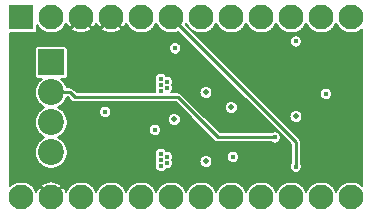
<source format=gbr>
G04 #@! TF.GenerationSoftware,KiCad,Pcbnew,5.1.5+dfsg1-2build2*
G04 #@! TF.CreationDate,2021-03-15T22:19:43+01:00*
G04 #@! TF.ProjectId,ProMicro_ANA,50726f4d-6963-4726-9f5f-414e412e6b69,v1.2*
G04 #@! TF.SameCoordinates,Original*
G04 #@! TF.FileFunction,Copper,L3,Inr*
G04 #@! TF.FilePolarity,Positive*
%FSLAX46Y46*%
G04 Gerber Fmt 4.6, Leading zero omitted, Abs format (unit mm)*
G04 Created by KiCad*
%MOMM*%
%LPD*%
G04 APERTURE LIST*
%ADD10R,2.100000X2.100000*%
%ADD11C,2.100000*%
%ADD12C,2.200000*%
%ADD13R,2.200000X2.200000*%
%ADD14C,0.500000*%
%ADD15C,0.450000*%
%ADD16C,0.250000*%
%ADD17C,0.200000*%
G04 APERTURE END LIST*
D10*
X82550000Y-76200000D03*
D11*
X85090000Y-76200000D03*
X87630000Y-76200000D03*
X110490000Y-91440000D03*
X90170000Y-76200000D03*
X107950000Y-91440000D03*
X92710000Y-76200000D03*
X105410000Y-91440000D03*
X95250000Y-76200000D03*
X102870000Y-91440000D03*
X97790000Y-76200000D03*
X100330000Y-91440000D03*
X100330000Y-76200000D03*
X97790000Y-91440000D03*
X102870000Y-76200000D03*
X95250000Y-91440000D03*
X105410000Y-76200000D03*
X92710000Y-91440000D03*
X107950000Y-76200000D03*
X90170000Y-91440000D03*
X110490000Y-76200000D03*
X87630000Y-91440000D03*
X85090000Y-91440000D03*
X82550000Y-91440000D03*
D12*
X85090000Y-87630000D03*
X85090000Y-85090000D03*
X85090000Y-82550000D03*
D13*
X85090000Y-80010000D03*
D14*
X89916000Y-86995000D03*
D15*
X89916000Y-81280000D03*
X98679000Y-89408000D03*
X98679000Y-78232000D03*
X100203000Y-79629000D03*
X100457000Y-87122000D03*
X89916000Y-86106000D03*
X89789000Y-82169000D03*
X105791000Y-83820000D03*
D14*
X108585000Y-89916000D03*
X108585000Y-88773000D03*
X107442000Y-83820000D03*
X109093000Y-83693000D03*
X110998000Y-78232000D03*
X105791000Y-84582000D03*
D15*
X105791000Y-78232000D03*
X94869000Y-81661000D03*
X94869000Y-82169000D03*
X94361000Y-82423000D03*
X94361000Y-81915000D03*
X94361000Y-81407000D03*
X94869000Y-88519000D03*
X94869000Y-88011000D03*
X94361000Y-88773000D03*
X94361000Y-88265000D03*
X94361000Y-87757000D03*
X89662000Y-84201000D03*
D14*
X98171000Y-88392000D03*
X98171000Y-82550000D03*
D15*
X105793699Y-88821341D03*
X104013000Y-86360000D03*
X100457000Y-88011000D03*
X95570534Y-78813377D03*
D14*
X100330000Y-83820000D03*
D15*
X93853000Y-85725000D03*
D14*
X95504000Y-84836000D03*
D15*
X108331000Y-82677000D03*
D16*
X105793699Y-86743699D02*
X95250000Y-76200000D01*
X105793699Y-88821341D02*
X105793699Y-86743699D01*
X104013000Y-86360000D02*
X99187000Y-86360000D01*
X86645634Y-82550000D02*
X85090000Y-82550000D01*
X87068635Y-82973001D02*
X86645634Y-82550000D01*
X95800001Y-82973001D02*
X87068635Y-82973001D01*
X99187000Y-86360000D02*
X95800001Y-82973001D01*
D17*
G36*
X90254853Y-76185858D02*
G01*
X90240711Y-76200000D01*
X91110845Y-77070134D01*
X91296101Y-76956356D01*
X91422021Y-76722131D01*
X91440300Y-76662391D01*
X91513646Y-76839465D01*
X91661387Y-77060575D01*
X91849425Y-77248613D01*
X92070535Y-77396354D01*
X92316220Y-77498120D01*
X92577037Y-77550000D01*
X92842963Y-77550000D01*
X93103780Y-77498120D01*
X93349465Y-77396354D01*
X93570575Y-77248613D01*
X93758613Y-77060575D01*
X93906354Y-76839465D01*
X93980000Y-76661668D01*
X94053646Y-76839465D01*
X94201387Y-77060575D01*
X94389425Y-77248613D01*
X94610535Y-77396354D01*
X94856220Y-77498120D01*
X95117037Y-77550000D01*
X95382963Y-77550000D01*
X95643780Y-77498120D01*
X95858245Y-77409286D01*
X105368700Y-86919741D01*
X105368699Y-88512423D01*
X105328450Y-88572660D01*
X105288875Y-88668204D01*
X105268699Y-88769633D01*
X105268699Y-88873049D01*
X105288875Y-88974478D01*
X105328450Y-89070022D01*
X105385905Y-89156009D01*
X105459031Y-89229135D01*
X105545018Y-89286590D01*
X105640562Y-89326165D01*
X105741991Y-89346341D01*
X105845407Y-89346341D01*
X105946836Y-89326165D01*
X106042380Y-89286590D01*
X106128367Y-89229135D01*
X106201493Y-89156009D01*
X106258948Y-89070022D01*
X106298523Y-88974478D01*
X106318699Y-88873049D01*
X106318699Y-88769633D01*
X106298523Y-88668204D01*
X106258948Y-88572660D01*
X106218699Y-88512423D01*
X106218699Y-86764565D01*
X106220754Y-86743698D01*
X106218699Y-86722831D01*
X106218699Y-86722825D01*
X106212549Y-86660385D01*
X106188247Y-86580272D01*
X106148783Y-86506439D01*
X106095673Y-86441725D01*
X106079461Y-86428420D01*
X104178871Y-84527830D01*
X105241000Y-84527830D01*
X105241000Y-84636170D01*
X105262136Y-84742429D01*
X105303597Y-84842523D01*
X105363787Y-84932604D01*
X105440396Y-85009213D01*
X105530477Y-85069403D01*
X105630571Y-85110864D01*
X105736830Y-85132000D01*
X105845170Y-85132000D01*
X105951429Y-85110864D01*
X106051523Y-85069403D01*
X106141604Y-85009213D01*
X106218213Y-84932604D01*
X106278403Y-84842523D01*
X106319864Y-84742429D01*
X106341000Y-84636170D01*
X106341000Y-84527830D01*
X106319864Y-84421571D01*
X106278403Y-84321477D01*
X106218213Y-84231396D01*
X106141604Y-84154787D01*
X106051523Y-84094597D01*
X105951429Y-84053136D01*
X105845170Y-84032000D01*
X105736830Y-84032000D01*
X105630571Y-84053136D01*
X105530477Y-84094597D01*
X105440396Y-84154787D01*
X105363787Y-84231396D01*
X105303597Y-84321477D01*
X105262136Y-84421571D01*
X105241000Y-84527830D01*
X104178871Y-84527830D01*
X102276333Y-82625292D01*
X107806000Y-82625292D01*
X107806000Y-82728708D01*
X107826176Y-82830137D01*
X107865751Y-82925681D01*
X107923206Y-83011668D01*
X107996332Y-83084794D01*
X108082319Y-83142249D01*
X108177863Y-83181824D01*
X108279292Y-83202000D01*
X108382708Y-83202000D01*
X108484137Y-83181824D01*
X108579681Y-83142249D01*
X108665668Y-83084794D01*
X108738794Y-83011668D01*
X108796249Y-82925681D01*
X108835824Y-82830137D01*
X108856000Y-82728708D01*
X108856000Y-82625292D01*
X108835824Y-82523863D01*
X108796249Y-82428319D01*
X108738794Y-82342332D01*
X108665668Y-82269206D01*
X108579681Y-82211751D01*
X108484137Y-82172176D01*
X108382708Y-82152000D01*
X108279292Y-82152000D01*
X108177863Y-82172176D01*
X108082319Y-82211751D01*
X107996332Y-82269206D01*
X107923206Y-82342332D01*
X107865751Y-82428319D01*
X107826176Y-82523863D01*
X107806000Y-82625292D01*
X102276333Y-82625292D01*
X97831333Y-78180292D01*
X105266000Y-78180292D01*
X105266000Y-78283708D01*
X105286176Y-78385137D01*
X105325751Y-78480681D01*
X105383206Y-78566668D01*
X105456332Y-78639794D01*
X105542319Y-78697249D01*
X105637863Y-78736824D01*
X105739292Y-78757000D01*
X105842708Y-78757000D01*
X105944137Y-78736824D01*
X106039681Y-78697249D01*
X106125668Y-78639794D01*
X106198794Y-78566668D01*
X106256249Y-78480681D01*
X106295824Y-78385137D01*
X106316000Y-78283708D01*
X106316000Y-78180292D01*
X106295824Y-78078863D01*
X106256249Y-77983319D01*
X106198794Y-77897332D01*
X106125668Y-77824206D01*
X106039681Y-77766751D01*
X105944137Y-77727176D01*
X105842708Y-77707000D01*
X105739292Y-77707000D01*
X105637863Y-77727176D01*
X105542319Y-77766751D01*
X105456332Y-77824206D01*
X105383206Y-77897332D01*
X105325751Y-77983319D01*
X105286176Y-78078863D01*
X105266000Y-78180292D01*
X97831333Y-78180292D01*
X96459286Y-76808245D01*
X96520000Y-76661668D01*
X96593646Y-76839465D01*
X96741387Y-77060575D01*
X96929425Y-77248613D01*
X97150535Y-77396354D01*
X97396220Y-77498120D01*
X97657037Y-77550000D01*
X97922963Y-77550000D01*
X98183780Y-77498120D01*
X98429465Y-77396354D01*
X98650575Y-77248613D01*
X98838613Y-77060575D01*
X98986354Y-76839465D01*
X99060000Y-76661668D01*
X99133646Y-76839465D01*
X99281387Y-77060575D01*
X99469425Y-77248613D01*
X99690535Y-77396354D01*
X99936220Y-77498120D01*
X100197037Y-77550000D01*
X100462963Y-77550000D01*
X100723780Y-77498120D01*
X100969465Y-77396354D01*
X101190575Y-77248613D01*
X101378613Y-77060575D01*
X101526354Y-76839465D01*
X101600000Y-76661668D01*
X101673646Y-76839465D01*
X101821387Y-77060575D01*
X102009425Y-77248613D01*
X102230535Y-77396354D01*
X102476220Y-77498120D01*
X102737037Y-77550000D01*
X103002963Y-77550000D01*
X103263780Y-77498120D01*
X103509465Y-77396354D01*
X103730575Y-77248613D01*
X103918613Y-77060575D01*
X104066354Y-76839465D01*
X104140000Y-76661668D01*
X104213646Y-76839465D01*
X104361387Y-77060575D01*
X104549425Y-77248613D01*
X104770535Y-77396354D01*
X105016220Y-77498120D01*
X105277037Y-77550000D01*
X105542963Y-77550000D01*
X105803780Y-77498120D01*
X106049465Y-77396354D01*
X106270575Y-77248613D01*
X106458613Y-77060575D01*
X106606354Y-76839465D01*
X106680000Y-76661668D01*
X106753646Y-76839465D01*
X106901387Y-77060575D01*
X107089425Y-77248613D01*
X107310535Y-77396354D01*
X107556220Y-77498120D01*
X107817037Y-77550000D01*
X108082963Y-77550000D01*
X108343780Y-77498120D01*
X108589465Y-77396354D01*
X108810575Y-77248613D01*
X108998613Y-77060575D01*
X109146354Y-76839465D01*
X109220000Y-76661668D01*
X109293646Y-76839465D01*
X109441387Y-77060575D01*
X109629425Y-77248613D01*
X109850535Y-77396354D01*
X110096220Y-77498120D01*
X110357037Y-77550000D01*
X110622963Y-77550000D01*
X110883780Y-77498120D01*
X111129465Y-77396354D01*
X111350575Y-77248613D01*
X111410000Y-77189188D01*
X111410001Y-90450813D01*
X111350575Y-90391387D01*
X111129465Y-90243646D01*
X110883780Y-90141880D01*
X110622963Y-90090000D01*
X110357037Y-90090000D01*
X110096220Y-90141880D01*
X109850535Y-90243646D01*
X109629425Y-90391387D01*
X109441387Y-90579425D01*
X109293646Y-90800535D01*
X109220000Y-90978332D01*
X109146354Y-90800535D01*
X108998613Y-90579425D01*
X108810575Y-90391387D01*
X108589465Y-90243646D01*
X108343780Y-90141880D01*
X108082963Y-90090000D01*
X107817037Y-90090000D01*
X107556220Y-90141880D01*
X107310535Y-90243646D01*
X107089425Y-90391387D01*
X106901387Y-90579425D01*
X106753646Y-90800535D01*
X106680000Y-90978332D01*
X106606354Y-90800535D01*
X106458613Y-90579425D01*
X106270575Y-90391387D01*
X106049465Y-90243646D01*
X105803780Y-90141880D01*
X105542963Y-90090000D01*
X105277037Y-90090000D01*
X105016220Y-90141880D01*
X104770535Y-90243646D01*
X104549425Y-90391387D01*
X104361387Y-90579425D01*
X104213646Y-90800535D01*
X104140000Y-90978332D01*
X104066354Y-90800535D01*
X103918613Y-90579425D01*
X103730575Y-90391387D01*
X103509465Y-90243646D01*
X103263780Y-90141880D01*
X103002963Y-90090000D01*
X102737037Y-90090000D01*
X102476220Y-90141880D01*
X102230535Y-90243646D01*
X102009425Y-90391387D01*
X101821387Y-90579425D01*
X101673646Y-90800535D01*
X101600000Y-90978332D01*
X101526354Y-90800535D01*
X101378613Y-90579425D01*
X101190575Y-90391387D01*
X100969465Y-90243646D01*
X100723780Y-90141880D01*
X100462963Y-90090000D01*
X100197037Y-90090000D01*
X99936220Y-90141880D01*
X99690535Y-90243646D01*
X99469425Y-90391387D01*
X99281387Y-90579425D01*
X99133646Y-90800535D01*
X99060000Y-90978332D01*
X98986354Y-90800535D01*
X98838613Y-90579425D01*
X98650575Y-90391387D01*
X98429465Y-90243646D01*
X98183780Y-90141880D01*
X97922963Y-90090000D01*
X97657037Y-90090000D01*
X97396220Y-90141880D01*
X97150535Y-90243646D01*
X96929425Y-90391387D01*
X96741387Y-90579425D01*
X96593646Y-90800535D01*
X96520000Y-90978332D01*
X96446354Y-90800535D01*
X96298613Y-90579425D01*
X96110575Y-90391387D01*
X95889465Y-90243646D01*
X95643780Y-90141880D01*
X95382963Y-90090000D01*
X95117037Y-90090000D01*
X94856220Y-90141880D01*
X94610535Y-90243646D01*
X94389425Y-90391387D01*
X94201387Y-90579425D01*
X94053646Y-90800535D01*
X93980000Y-90978332D01*
X93906354Y-90800535D01*
X93758613Y-90579425D01*
X93570575Y-90391387D01*
X93349465Y-90243646D01*
X93103780Y-90141880D01*
X92842963Y-90090000D01*
X92577037Y-90090000D01*
X92316220Y-90141880D01*
X92070535Y-90243646D01*
X91849425Y-90391387D01*
X91661387Y-90579425D01*
X91513646Y-90800535D01*
X91440000Y-90978332D01*
X91366354Y-90800535D01*
X91218613Y-90579425D01*
X91030575Y-90391387D01*
X90809465Y-90243646D01*
X90563780Y-90141880D01*
X90302963Y-90090000D01*
X90037037Y-90090000D01*
X89776220Y-90141880D01*
X89530535Y-90243646D01*
X89309425Y-90391387D01*
X89121387Y-90579425D01*
X88973646Y-90800535D01*
X88900000Y-90978332D01*
X88826354Y-90800535D01*
X88678613Y-90579425D01*
X88490575Y-90391387D01*
X88269465Y-90243646D01*
X88023780Y-90141880D01*
X87762963Y-90090000D01*
X87497037Y-90090000D01*
X87236220Y-90141880D01*
X86990535Y-90243646D01*
X86769425Y-90391387D01*
X86581387Y-90579425D01*
X86433646Y-90800535D01*
X86360514Y-90977091D01*
X86344515Y-90923890D01*
X86219721Y-90689063D01*
X86216101Y-90683644D01*
X86030845Y-90569866D01*
X85160711Y-91440000D01*
X85174853Y-91454142D01*
X85104142Y-91524853D01*
X85090000Y-91510711D01*
X85075858Y-91524853D01*
X85005147Y-91454142D01*
X85019289Y-91440000D01*
X84149155Y-90569866D01*
X83963899Y-90683644D01*
X83837979Y-90917869D01*
X83819700Y-90977609D01*
X83746354Y-90800535D01*
X83598613Y-90579425D01*
X83518343Y-90499155D01*
X84219866Y-90499155D01*
X85090000Y-91369289D01*
X85960134Y-90499155D01*
X85846356Y-90313899D01*
X85612131Y-90187979D01*
X85357841Y-90110173D01*
X85093258Y-90083472D01*
X84828551Y-90108902D01*
X84573890Y-90185485D01*
X84339063Y-90310279D01*
X84333644Y-90313899D01*
X84219866Y-90499155D01*
X83518343Y-90499155D01*
X83410575Y-90391387D01*
X83189465Y-90243646D01*
X82943780Y-90141880D01*
X82682963Y-90090000D01*
X82417037Y-90090000D01*
X82156220Y-90141880D01*
X81910535Y-90243646D01*
X81689425Y-90391387D01*
X81630000Y-90450812D01*
X81630000Y-78910000D01*
X83688549Y-78910000D01*
X83688549Y-81110000D01*
X83694341Y-81168810D01*
X83711496Y-81225360D01*
X83739353Y-81277477D01*
X83776842Y-81323158D01*
X83822523Y-81360647D01*
X83874640Y-81388504D01*
X83931190Y-81405659D01*
X83990000Y-81411451D01*
X84274025Y-81411451D01*
X84197552Y-81462549D01*
X84002549Y-81657552D01*
X83849336Y-81886851D01*
X83743801Y-82141635D01*
X83690000Y-82412112D01*
X83690000Y-82687888D01*
X83743801Y-82958365D01*
X83849336Y-83213149D01*
X84002549Y-83442448D01*
X84197552Y-83637451D01*
X84426851Y-83790664D01*
X84497674Y-83820000D01*
X84426851Y-83849336D01*
X84197552Y-84002549D01*
X84002549Y-84197552D01*
X83849336Y-84426851D01*
X83743801Y-84681635D01*
X83690000Y-84952112D01*
X83690000Y-85227888D01*
X83743801Y-85498365D01*
X83849336Y-85753149D01*
X84002549Y-85982448D01*
X84197552Y-86177451D01*
X84426851Y-86330664D01*
X84497674Y-86360000D01*
X84426851Y-86389336D01*
X84197552Y-86542549D01*
X84002549Y-86737552D01*
X83849336Y-86966851D01*
X83743801Y-87221635D01*
X83690000Y-87492112D01*
X83690000Y-87767888D01*
X83743801Y-88038365D01*
X83849336Y-88293149D01*
X84002549Y-88522448D01*
X84197552Y-88717451D01*
X84426851Y-88870664D01*
X84681635Y-88976199D01*
X84952112Y-89030000D01*
X85227888Y-89030000D01*
X85498365Y-88976199D01*
X85753149Y-88870664D01*
X85982448Y-88717451D01*
X86177451Y-88522448D01*
X86330664Y-88293149D01*
X86436199Y-88038365D01*
X86490000Y-87767888D01*
X86490000Y-87705292D01*
X93836000Y-87705292D01*
X93836000Y-87808708D01*
X93856176Y-87910137D01*
X93895751Y-88005681D01*
X93899305Y-88011000D01*
X93895751Y-88016319D01*
X93856176Y-88111863D01*
X93836000Y-88213292D01*
X93836000Y-88316708D01*
X93856176Y-88418137D01*
X93895751Y-88513681D01*
X93899305Y-88519000D01*
X93895751Y-88524319D01*
X93856176Y-88619863D01*
X93836000Y-88721292D01*
X93836000Y-88824708D01*
X93856176Y-88926137D01*
X93895751Y-89021681D01*
X93953206Y-89107668D01*
X94026332Y-89180794D01*
X94112319Y-89238249D01*
X94207863Y-89277824D01*
X94309292Y-89298000D01*
X94412708Y-89298000D01*
X94514137Y-89277824D01*
X94609681Y-89238249D01*
X94695668Y-89180794D01*
X94768794Y-89107668D01*
X94812035Y-89042954D01*
X94817292Y-89044000D01*
X94920708Y-89044000D01*
X95022137Y-89023824D01*
X95117681Y-88984249D01*
X95203668Y-88926794D01*
X95276794Y-88853668D01*
X95334249Y-88767681D01*
X95373824Y-88672137D01*
X95394000Y-88570708D01*
X95394000Y-88467292D01*
X95373824Y-88365863D01*
X95362213Y-88337830D01*
X97621000Y-88337830D01*
X97621000Y-88446170D01*
X97642136Y-88552429D01*
X97683597Y-88652523D01*
X97743787Y-88742604D01*
X97820396Y-88819213D01*
X97910477Y-88879403D01*
X98010571Y-88920864D01*
X98116830Y-88942000D01*
X98225170Y-88942000D01*
X98331429Y-88920864D01*
X98431523Y-88879403D01*
X98521604Y-88819213D01*
X98598213Y-88742604D01*
X98658403Y-88652523D01*
X98699864Y-88552429D01*
X98721000Y-88446170D01*
X98721000Y-88337830D01*
X98699864Y-88231571D01*
X98658403Y-88131477D01*
X98598213Y-88041396D01*
X98521604Y-87964787D01*
X98513381Y-87959292D01*
X99932000Y-87959292D01*
X99932000Y-88062708D01*
X99952176Y-88164137D01*
X99991751Y-88259681D01*
X100049206Y-88345668D01*
X100122332Y-88418794D01*
X100208319Y-88476249D01*
X100303863Y-88515824D01*
X100405292Y-88536000D01*
X100508708Y-88536000D01*
X100610137Y-88515824D01*
X100705681Y-88476249D01*
X100791668Y-88418794D01*
X100864794Y-88345668D01*
X100922249Y-88259681D01*
X100961824Y-88164137D01*
X100982000Y-88062708D01*
X100982000Y-87959292D01*
X100961824Y-87857863D01*
X100922249Y-87762319D01*
X100864794Y-87676332D01*
X100791668Y-87603206D01*
X100705681Y-87545751D01*
X100610137Y-87506176D01*
X100508708Y-87486000D01*
X100405292Y-87486000D01*
X100303863Y-87506176D01*
X100208319Y-87545751D01*
X100122332Y-87603206D01*
X100049206Y-87676332D01*
X99991751Y-87762319D01*
X99952176Y-87857863D01*
X99932000Y-87959292D01*
X98513381Y-87959292D01*
X98431523Y-87904597D01*
X98331429Y-87863136D01*
X98225170Y-87842000D01*
X98116830Y-87842000D01*
X98010571Y-87863136D01*
X97910477Y-87904597D01*
X97820396Y-87964787D01*
X97743787Y-88041396D01*
X97683597Y-88131477D01*
X97642136Y-88231571D01*
X97621000Y-88337830D01*
X95362213Y-88337830D01*
X95334249Y-88270319D01*
X95330695Y-88265000D01*
X95334249Y-88259681D01*
X95373824Y-88164137D01*
X95394000Y-88062708D01*
X95394000Y-87959292D01*
X95373824Y-87857863D01*
X95334249Y-87762319D01*
X95276794Y-87676332D01*
X95203668Y-87603206D01*
X95117681Y-87545751D01*
X95022137Y-87506176D01*
X94920708Y-87486000D01*
X94817292Y-87486000D01*
X94812035Y-87487046D01*
X94768794Y-87422332D01*
X94695668Y-87349206D01*
X94609681Y-87291751D01*
X94514137Y-87252176D01*
X94412708Y-87232000D01*
X94309292Y-87232000D01*
X94207863Y-87252176D01*
X94112319Y-87291751D01*
X94026332Y-87349206D01*
X93953206Y-87422332D01*
X93895751Y-87508319D01*
X93856176Y-87603863D01*
X93836000Y-87705292D01*
X86490000Y-87705292D01*
X86490000Y-87492112D01*
X86436199Y-87221635D01*
X86330664Y-86966851D01*
X86177451Y-86737552D01*
X85982448Y-86542549D01*
X85753149Y-86389336D01*
X85682326Y-86360000D01*
X85753149Y-86330664D01*
X85982448Y-86177451D01*
X86177451Y-85982448D01*
X86330664Y-85753149D01*
X86363741Y-85673292D01*
X93328000Y-85673292D01*
X93328000Y-85776708D01*
X93348176Y-85878137D01*
X93387751Y-85973681D01*
X93445206Y-86059668D01*
X93518332Y-86132794D01*
X93604319Y-86190249D01*
X93699863Y-86229824D01*
X93801292Y-86250000D01*
X93904708Y-86250000D01*
X94006137Y-86229824D01*
X94101681Y-86190249D01*
X94187668Y-86132794D01*
X94260794Y-86059668D01*
X94318249Y-85973681D01*
X94357824Y-85878137D01*
X94378000Y-85776708D01*
X94378000Y-85673292D01*
X94357824Y-85571863D01*
X94318249Y-85476319D01*
X94260794Y-85390332D01*
X94187668Y-85317206D01*
X94101681Y-85259751D01*
X94006137Y-85220176D01*
X93904708Y-85200000D01*
X93801292Y-85200000D01*
X93699863Y-85220176D01*
X93604319Y-85259751D01*
X93518332Y-85317206D01*
X93445206Y-85390332D01*
X93387751Y-85476319D01*
X93348176Y-85571863D01*
X93328000Y-85673292D01*
X86363741Y-85673292D01*
X86436199Y-85498365D01*
X86490000Y-85227888D01*
X86490000Y-84952112D01*
X86456129Y-84781830D01*
X94954000Y-84781830D01*
X94954000Y-84890170D01*
X94975136Y-84996429D01*
X95016597Y-85096523D01*
X95076787Y-85186604D01*
X95153396Y-85263213D01*
X95243477Y-85323403D01*
X95343571Y-85364864D01*
X95449830Y-85386000D01*
X95558170Y-85386000D01*
X95664429Y-85364864D01*
X95764523Y-85323403D01*
X95854604Y-85263213D01*
X95931213Y-85186604D01*
X95991403Y-85096523D01*
X96032864Y-84996429D01*
X96054000Y-84890170D01*
X96054000Y-84781830D01*
X96032864Y-84675571D01*
X95991403Y-84575477D01*
X95931213Y-84485396D01*
X95854604Y-84408787D01*
X95764523Y-84348597D01*
X95664429Y-84307136D01*
X95558170Y-84286000D01*
X95449830Y-84286000D01*
X95343571Y-84307136D01*
X95243477Y-84348597D01*
X95153396Y-84408787D01*
X95076787Y-84485396D01*
X95016597Y-84575477D01*
X94975136Y-84675571D01*
X94954000Y-84781830D01*
X86456129Y-84781830D01*
X86436199Y-84681635D01*
X86330664Y-84426851D01*
X86177451Y-84197552D01*
X86129191Y-84149292D01*
X89137000Y-84149292D01*
X89137000Y-84252708D01*
X89157176Y-84354137D01*
X89196751Y-84449681D01*
X89254206Y-84535668D01*
X89327332Y-84608794D01*
X89413319Y-84666249D01*
X89508863Y-84705824D01*
X89610292Y-84726000D01*
X89713708Y-84726000D01*
X89815137Y-84705824D01*
X89910681Y-84666249D01*
X89996668Y-84608794D01*
X90069794Y-84535668D01*
X90127249Y-84449681D01*
X90166824Y-84354137D01*
X90187000Y-84252708D01*
X90187000Y-84149292D01*
X90166824Y-84047863D01*
X90127249Y-83952319D01*
X90069794Y-83866332D01*
X89996668Y-83793206D01*
X89910681Y-83735751D01*
X89815137Y-83696176D01*
X89713708Y-83676000D01*
X89610292Y-83676000D01*
X89508863Y-83696176D01*
X89413319Y-83735751D01*
X89327332Y-83793206D01*
X89254206Y-83866332D01*
X89196751Y-83952319D01*
X89157176Y-84047863D01*
X89137000Y-84149292D01*
X86129191Y-84149292D01*
X85982448Y-84002549D01*
X85753149Y-83849336D01*
X85682326Y-83820000D01*
X85753149Y-83790664D01*
X85982448Y-83637451D01*
X86177451Y-83442448D01*
X86330664Y-83213149D01*
X86429309Y-82975000D01*
X86469594Y-82975000D01*
X86753354Y-83258761D01*
X86766661Y-83274975D01*
X86831375Y-83328085D01*
X86879490Y-83353802D01*
X86905207Y-83367549D01*
X86985321Y-83391851D01*
X87047761Y-83398001D01*
X87047768Y-83398001D01*
X87068635Y-83400056D01*
X87089502Y-83398001D01*
X95623961Y-83398001D01*
X98871721Y-86645762D01*
X98885026Y-86661974D01*
X98949740Y-86715084D01*
X99023573Y-86754548D01*
X99079383Y-86771478D01*
X99103685Y-86778850D01*
X99111327Y-86779603D01*
X99166126Y-86785000D01*
X99166133Y-86785000D01*
X99187000Y-86787055D01*
X99207867Y-86785000D01*
X103704082Y-86785000D01*
X103764319Y-86825249D01*
X103859863Y-86864824D01*
X103961292Y-86885000D01*
X104064708Y-86885000D01*
X104166137Y-86864824D01*
X104261681Y-86825249D01*
X104347668Y-86767794D01*
X104420794Y-86694668D01*
X104478249Y-86608681D01*
X104517824Y-86513137D01*
X104538000Y-86411708D01*
X104538000Y-86308292D01*
X104517824Y-86206863D01*
X104478249Y-86111319D01*
X104420794Y-86025332D01*
X104347668Y-85952206D01*
X104261681Y-85894751D01*
X104166137Y-85855176D01*
X104064708Y-85835000D01*
X103961292Y-85835000D01*
X103859863Y-85855176D01*
X103764319Y-85894751D01*
X103704082Y-85935000D01*
X99363041Y-85935000D01*
X97193871Y-83765830D01*
X99780000Y-83765830D01*
X99780000Y-83874170D01*
X99801136Y-83980429D01*
X99842597Y-84080523D01*
X99902787Y-84170604D01*
X99979396Y-84247213D01*
X100069477Y-84307403D01*
X100169571Y-84348864D01*
X100275830Y-84370000D01*
X100384170Y-84370000D01*
X100490429Y-84348864D01*
X100590523Y-84307403D01*
X100680604Y-84247213D01*
X100757213Y-84170604D01*
X100817403Y-84080523D01*
X100858864Y-83980429D01*
X100880000Y-83874170D01*
X100880000Y-83765830D01*
X100858864Y-83659571D01*
X100817403Y-83559477D01*
X100757213Y-83469396D01*
X100680604Y-83392787D01*
X100590523Y-83332597D01*
X100490429Y-83291136D01*
X100384170Y-83270000D01*
X100275830Y-83270000D01*
X100169571Y-83291136D01*
X100069477Y-83332597D01*
X99979396Y-83392787D01*
X99902787Y-83469396D01*
X99842597Y-83559477D01*
X99801136Y-83659571D01*
X99780000Y-83765830D01*
X97193871Y-83765830D01*
X96115284Y-82687244D01*
X96101975Y-82671027D01*
X96037261Y-82617917D01*
X95963428Y-82578453D01*
X95883315Y-82554151D01*
X95820875Y-82548001D01*
X95820868Y-82548001D01*
X95800001Y-82545946D01*
X95779134Y-82548001D01*
X95232461Y-82548001D01*
X95276794Y-82503668D01*
X95282031Y-82495830D01*
X97621000Y-82495830D01*
X97621000Y-82604170D01*
X97642136Y-82710429D01*
X97683597Y-82810523D01*
X97743787Y-82900604D01*
X97820396Y-82977213D01*
X97910477Y-83037403D01*
X98010571Y-83078864D01*
X98116830Y-83100000D01*
X98225170Y-83100000D01*
X98331429Y-83078864D01*
X98431523Y-83037403D01*
X98521604Y-82977213D01*
X98598213Y-82900604D01*
X98658403Y-82810523D01*
X98699864Y-82710429D01*
X98721000Y-82604170D01*
X98721000Y-82495830D01*
X98699864Y-82389571D01*
X98658403Y-82289477D01*
X98598213Y-82199396D01*
X98521604Y-82122787D01*
X98431523Y-82062597D01*
X98331429Y-82021136D01*
X98225170Y-82000000D01*
X98116830Y-82000000D01*
X98010571Y-82021136D01*
X97910477Y-82062597D01*
X97820396Y-82122787D01*
X97743787Y-82199396D01*
X97683597Y-82289477D01*
X97642136Y-82389571D01*
X97621000Y-82495830D01*
X95282031Y-82495830D01*
X95334249Y-82417681D01*
X95373824Y-82322137D01*
X95394000Y-82220708D01*
X95394000Y-82117292D01*
X95373824Y-82015863D01*
X95334249Y-81920319D01*
X95330695Y-81915000D01*
X95334249Y-81909681D01*
X95373824Y-81814137D01*
X95394000Y-81712708D01*
X95394000Y-81609292D01*
X95373824Y-81507863D01*
X95334249Y-81412319D01*
X95276794Y-81326332D01*
X95203668Y-81253206D01*
X95117681Y-81195751D01*
X95022137Y-81156176D01*
X94920708Y-81136000D01*
X94817292Y-81136000D01*
X94812035Y-81137046D01*
X94768794Y-81072332D01*
X94695668Y-80999206D01*
X94609681Y-80941751D01*
X94514137Y-80902176D01*
X94412708Y-80882000D01*
X94309292Y-80882000D01*
X94207863Y-80902176D01*
X94112319Y-80941751D01*
X94026332Y-80999206D01*
X93953206Y-81072332D01*
X93895751Y-81158319D01*
X93856176Y-81253863D01*
X93836000Y-81355292D01*
X93836000Y-81458708D01*
X93856176Y-81560137D01*
X93895751Y-81655681D01*
X93899305Y-81661000D01*
X93895751Y-81666319D01*
X93856176Y-81761863D01*
X93836000Y-81863292D01*
X93836000Y-81966708D01*
X93856176Y-82068137D01*
X93895751Y-82163681D01*
X93899305Y-82169000D01*
X93895751Y-82174319D01*
X93856176Y-82269863D01*
X93836000Y-82371292D01*
X93836000Y-82474708D01*
X93850579Y-82548001D01*
X87244676Y-82548001D01*
X86960917Y-82264243D01*
X86947608Y-82248026D01*
X86882894Y-82194916D01*
X86809061Y-82155452D01*
X86728948Y-82131150D01*
X86666508Y-82125000D01*
X86666501Y-82125000D01*
X86645634Y-82122945D01*
X86624767Y-82125000D01*
X86429309Y-82125000D01*
X86330664Y-81886851D01*
X86177451Y-81657552D01*
X85982448Y-81462549D01*
X85905975Y-81411451D01*
X86190000Y-81411451D01*
X86248810Y-81405659D01*
X86305360Y-81388504D01*
X86357477Y-81360647D01*
X86403158Y-81323158D01*
X86440647Y-81277477D01*
X86468504Y-81225360D01*
X86485659Y-81168810D01*
X86491451Y-81110000D01*
X86491451Y-78910000D01*
X86485659Y-78851190D01*
X86468504Y-78794640D01*
X86450881Y-78761669D01*
X95045534Y-78761669D01*
X95045534Y-78865085D01*
X95065710Y-78966514D01*
X95105285Y-79062058D01*
X95162740Y-79148045D01*
X95235866Y-79221171D01*
X95321853Y-79278626D01*
X95417397Y-79318201D01*
X95518826Y-79338377D01*
X95622242Y-79338377D01*
X95723671Y-79318201D01*
X95819215Y-79278626D01*
X95905202Y-79221171D01*
X95978328Y-79148045D01*
X96035783Y-79062058D01*
X96075358Y-78966514D01*
X96095534Y-78865085D01*
X96095534Y-78761669D01*
X96075358Y-78660240D01*
X96035783Y-78564696D01*
X95978328Y-78478709D01*
X95905202Y-78405583D01*
X95819215Y-78348128D01*
X95723671Y-78308553D01*
X95622242Y-78288377D01*
X95518826Y-78288377D01*
X95417397Y-78308553D01*
X95321853Y-78348128D01*
X95235866Y-78405583D01*
X95162740Y-78478709D01*
X95105285Y-78564696D01*
X95065710Y-78660240D01*
X95045534Y-78761669D01*
X86450881Y-78761669D01*
X86440647Y-78742523D01*
X86403158Y-78696842D01*
X86357477Y-78659353D01*
X86305360Y-78631496D01*
X86248810Y-78614341D01*
X86190000Y-78608549D01*
X83990000Y-78608549D01*
X83931190Y-78614341D01*
X83874640Y-78631496D01*
X83822523Y-78659353D01*
X83776842Y-78696842D01*
X83739353Y-78742523D01*
X83711496Y-78794640D01*
X83694341Y-78851190D01*
X83688549Y-78910000D01*
X81630000Y-78910000D01*
X81630000Y-77551451D01*
X83600000Y-77551451D01*
X83658810Y-77545659D01*
X83715360Y-77528504D01*
X83767477Y-77500647D01*
X83813158Y-77463158D01*
X83850647Y-77417477D01*
X83878504Y-77365360D01*
X83895659Y-77308810D01*
X83901451Y-77250000D01*
X83901451Y-76851146D01*
X84041387Y-77060575D01*
X84229425Y-77248613D01*
X84450535Y-77396354D01*
X84696220Y-77498120D01*
X84957037Y-77550000D01*
X85222963Y-77550000D01*
X85483780Y-77498120D01*
X85729465Y-77396354D01*
X85950575Y-77248613D01*
X86058343Y-77140845D01*
X86759866Y-77140845D01*
X86873644Y-77326101D01*
X87107869Y-77452021D01*
X87362159Y-77529827D01*
X87626742Y-77556528D01*
X87891449Y-77531098D01*
X88146110Y-77454515D01*
X88380937Y-77329721D01*
X88386356Y-77326101D01*
X88500134Y-77140845D01*
X89299866Y-77140845D01*
X89413644Y-77326101D01*
X89647869Y-77452021D01*
X89902159Y-77529827D01*
X90166742Y-77556528D01*
X90431449Y-77531098D01*
X90686110Y-77454515D01*
X90920937Y-77329721D01*
X90926356Y-77326101D01*
X91040134Y-77140845D01*
X90170000Y-76270711D01*
X89299866Y-77140845D01*
X88500134Y-77140845D01*
X87630000Y-76270711D01*
X86759866Y-77140845D01*
X86058343Y-77140845D01*
X86138613Y-77060575D01*
X86286354Y-76839465D01*
X86359486Y-76662909D01*
X86375485Y-76716110D01*
X86500279Y-76950937D01*
X86503899Y-76956356D01*
X86689155Y-77070134D01*
X87559289Y-76200000D01*
X87545147Y-76185858D01*
X87615858Y-76115147D01*
X87630000Y-76129289D01*
X87644142Y-76115147D01*
X87714853Y-76185858D01*
X87700711Y-76200000D01*
X88570845Y-77070134D01*
X88756101Y-76956356D01*
X88882021Y-76722131D01*
X88899811Y-76663989D01*
X88915485Y-76716110D01*
X89040279Y-76950937D01*
X89043899Y-76956356D01*
X89229155Y-77070134D01*
X90099289Y-76200000D01*
X90085147Y-76185858D01*
X90155858Y-76115147D01*
X90170000Y-76129289D01*
X90184142Y-76115147D01*
X90254853Y-76185858D01*
G37*
X90254853Y-76185858D02*
X90240711Y-76200000D01*
X91110845Y-77070134D01*
X91296101Y-76956356D01*
X91422021Y-76722131D01*
X91440300Y-76662391D01*
X91513646Y-76839465D01*
X91661387Y-77060575D01*
X91849425Y-77248613D01*
X92070535Y-77396354D01*
X92316220Y-77498120D01*
X92577037Y-77550000D01*
X92842963Y-77550000D01*
X93103780Y-77498120D01*
X93349465Y-77396354D01*
X93570575Y-77248613D01*
X93758613Y-77060575D01*
X93906354Y-76839465D01*
X93980000Y-76661668D01*
X94053646Y-76839465D01*
X94201387Y-77060575D01*
X94389425Y-77248613D01*
X94610535Y-77396354D01*
X94856220Y-77498120D01*
X95117037Y-77550000D01*
X95382963Y-77550000D01*
X95643780Y-77498120D01*
X95858245Y-77409286D01*
X105368700Y-86919741D01*
X105368699Y-88512423D01*
X105328450Y-88572660D01*
X105288875Y-88668204D01*
X105268699Y-88769633D01*
X105268699Y-88873049D01*
X105288875Y-88974478D01*
X105328450Y-89070022D01*
X105385905Y-89156009D01*
X105459031Y-89229135D01*
X105545018Y-89286590D01*
X105640562Y-89326165D01*
X105741991Y-89346341D01*
X105845407Y-89346341D01*
X105946836Y-89326165D01*
X106042380Y-89286590D01*
X106128367Y-89229135D01*
X106201493Y-89156009D01*
X106258948Y-89070022D01*
X106298523Y-88974478D01*
X106318699Y-88873049D01*
X106318699Y-88769633D01*
X106298523Y-88668204D01*
X106258948Y-88572660D01*
X106218699Y-88512423D01*
X106218699Y-86764565D01*
X106220754Y-86743698D01*
X106218699Y-86722831D01*
X106218699Y-86722825D01*
X106212549Y-86660385D01*
X106188247Y-86580272D01*
X106148783Y-86506439D01*
X106095673Y-86441725D01*
X106079461Y-86428420D01*
X104178871Y-84527830D01*
X105241000Y-84527830D01*
X105241000Y-84636170D01*
X105262136Y-84742429D01*
X105303597Y-84842523D01*
X105363787Y-84932604D01*
X105440396Y-85009213D01*
X105530477Y-85069403D01*
X105630571Y-85110864D01*
X105736830Y-85132000D01*
X105845170Y-85132000D01*
X105951429Y-85110864D01*
X106051523Y-85069403D01*
X106141604Y-85009213D01*
X106218213Y-84932604D01*
X106278403Y-84842523D01*
X106319864Y-84742429D01*
X106341000Y-84636170D01*
X106341000Y-84527830D01*
X106319864Y-84421571D01*
X106278403Y-84321477D01*
X106218213Y-84231396D01*
X106141604Y-84154787D01*
X106051523Y-84094597D01*
X105951429Y-84053136D01*
X105845170Y-84032000D01*
X105736830Y-84032000D01*
X105630571Y-84053136D01*
X105530477Y-84094597D01*
X105440396Y-84154787D01*
X105363787Y-84231396D01*
X105303597Y-84321477D01*
X105262136Y-84421571D01*
X105241000Y-84527830D01*
X104178871Y-84527830D01*
X102276333Y-82625292D01*
X107806000Y-82625292D01*
X107806000Y-82728708D01*
X107826176Y-82830137D01*
X107865751Y-82925681D01*
X107923206Y-83011668D01*
X107996332Y-83084794D01*
X108082319Y-83142249D01*
X108177863Y-83181824D01*
X108279292Y-83202000D01*
X108382708Y-83202000D01*
X108484137Y-83181824D01*
X108579681Y-83142249D01*
X108665668Y-83084794D01*
X108738794Y-83011668D01*
X108796249Y-82925681D01*
X108835824Y-82830137D01*
X108856000Y-82728708D01*
X108856000Y-82625292D01*
X108835824Y-82523863D01*
X108796249Y-82428319D01*
X108738794Y-82342332D01*
X108665668Y-82269206D01*
X108579681Y-82211751D01*
X108484137Y-82172176D01*
X108382708Y-82152000D01*
X108279292Y-82152000D01*
X108177863Y-82172176D01*
X108082319Y-82211751D01*
X107996332Y-82269206D01*
X107923206Y-82342332D01*
X107865751Y-82428319D01*
X107826176Y-82523863D01*
X107806000Y-82625292D01*
X102276333Y-82625292D01*
X97831333Y-78180292D01*
X105266000Y-78180292D01*
X105266000Y-78283708D01*
X105286176Y-78385137D01*
X105325751Y-78480681D01*
X105383206Y-78566668D01*
X105456332Y-78639794D01*
X105542319Y-78697249D01*
X105637863Y-78736824D01*
X105739292Y-78757000D01*
X105842708Y-78757000D01*
X105944137Y-78736824D01*
X106039681Y-78697249D01*
X106125668Y-78639794D01*
X106198794Y-78566668D01*
X106256249Y-78480681D01*
X106295824Y-78385137D01*
X106316000Y-78283708D01*
X106316000Y-78180292D01*
X106295824Y-78078863D01*
X106256249Y-77983319D01*
X106198794Y-77897332D01*
X106125668Y-77824206D01*
X106039681Y-77766751D01*
X105944137Y-77727176D01*
X105842708Y-77707000D01*
X105739292Y-77707000D01*
X105637863Y-77727176D01*
X105542319Y-77766751D01*
X105456332Y-77824206D01*
X105383206Y-77897332D01*
X105325751Y-77983319D01*
X105286176Y-78078863D01*
X105266000Y-78180292D01*
X97831333Y-78180292D01*
X96459286Y-76808245D01*
X96520000Y-76661668D01*
X96593646Y-76839465D01*
X96741387Y-77060575D01*
X96929425Y-77248613D01*
X97150535Y-77396354D01*
X97396220Y-77498120D01*
X97657037Y-77550000D01*
X97922963Y-77550000D01*
X98183780Y-77498120D01*
X98429465Y-77396354D01*
X98650575Y-77248613D01*
X98838613Y-77060575D01*
X98986354Y-76839465D01*
X99060000Y-76661668D01*
X99133646Y-76839465D01*
X99281387Y-77060575D01*
X99469425Y-77248613D01*
X99690535Y-77396354D01*
X99936220Y-77498120D01*
X100197037Y-77550000D01*
X100462963Y-77550000D01*
X100723780Y-77498120D01*
X100969465Y-77396354D01*
X101190575Y-77248613D01*
X101378613Y-77060575D01*
X101526354Y-76839465D01*
X101600000Y-76661668D01*
X101673646Y-76839465D01*
X101821387Y-77060575D01*
X102009425Y-77248613D01*
X102230535Y-77396354D01*
X102476220Y-77498120D01*
X102737037Y-77550000D01*
X103002963Y-77550000D01*
X103263780Y-77498120D01*
X103509465Y-77396354D01*
X103730575Y-77248613D01*
X103918613Y-77060575D01*
X104066354Y-76839465D01*
X104140000Y-76661668D01*
X104213646Y-76839465D01*
X104361387Y-77060575D01*
X104549425Y-77248613D01*
X104770535Y-77396354D01*
X105016220Y-77498120D01*
X105277037Y-77550000D01*
X105542963Y-77550000D01*
X105803780Y-77498120D01*
X106049465Y-77396354D01*
X106270575Y-77248613D01*
X106458613Y-77060575D01*
X106606354Y-76839465D01*
X106680000Y-76661668D01*
X106753646Y-76839465D01*
X106901387Y-77060575D01*
X107089425Y-77248613D01*
X107310535Y-77396354D01*
X107556220Y-77498120D01*
X107817037Y-77550000D01*
X108082963Y-77550000D01*
X108343780Y-77498120D01*
X108589465Y-77396354D01*
X108810575Y-77248613D01*
X108998613Y-77060575D01*
X109146354Y-76839465D01*
X109220000Y-76661668D01*
X109293646Y-76839465D01*
X109441387Y-77060575D01*
X109629425Y-77248613D01*
X109850535Y-77396354D01*
X110096220Y-77498120D01*
X110357037Y-77550000D01*
X110622963Y-77550000D01*
X110883780Y-77498120D01*
X111129465Y-77396354D01*
X111350575Y-77248613D01*
X111410000Y-77189188D01*
X111410001Y-90450813D01*
X111350575Y-90391387D01*
X111129465Y-90243646D01*
X110883780Y-90141880D01*
X110622963Y-90090000D01*
X110357037Y-90090000D01*
X110096220Y-90141880D01*
X109850535Y-90243646D01*
X109629425Y-90391387D01*
X109441387Y-90579425D01*
X109293646Y-90800535D01*
X109220000Y-90978332D01*
X109146354Y-90800535D01*
X108998613Y-90579425D01*
X108810575Y-90391387D01*
X108589465Y-90243646D01*
X108343780Y-90141880D01*
X108082963Y-90090000D01*
X107817037Y-90090000D01*
X107556220Y-90141880D01*
X107310535Y-90243646D01*
X107089425Y-90391387D01*
X106901387Y-90579425D01*
X106753646Y-90800535D01*
X106680000Y-90978332D01*
X106606354Y-90800535D01*
X106458613Y-90579425D01*
X106270575Y-90391387D01*
X106049465Y-90243646D01*
X105803780Y-90141880D01*
X105542963Y-90090000D01*
X105277037Y-90090000D01*
X105016220Y-90141880D01*
X104770535Y-90243646D01*
X104549425Y-90391387D01*
X104361387Y-90579425D01*
X104213646Y-90800535D01*
X104140000Y-90978332D01*
X104066354Y-90800535D01*
X103918613Y-90579425D01*
X103730575Y-90391387D01*
X103509465Y-90243646D01*
X103263780Y-90141880D01*
X103002963Y-90090000D01*
X102737037Y-90090000D01*
X102476220Y-90141880D01*
X102230535Y-90243646D01*
X102009425Y-90391387D01*
X101821387Y-90579425D01*
X101673646Y-90800535D01*
X101600000Y-90978332D01*
X101526354Y-90800535D01*
X101378613Y-90579425D01*
X101190575Y-90391387D01*
X100969465Y-90243646D01*
X100723780Y-90141880D01*
X100462963Y-90090000D01*
X100197037Y-90090000D01*
X99936220Y-90141880D01*
X99690535Y-90243646D01*
X99469425Y-90391387D01*
X99281387Y-90579425D01*
X99133646Y-90800535D01*
X99060000Y-90978332D01*
X98986354Y-90800535D01*
X98838613Y-90579425D01*
X98650575Y-90391387D01*
X98429465Y-90243646D01*
X98183780Y-90141880D01*
X97922963Y-90090000D01*
X97657037Y-90090000D01*
X97396220Y-90141880D01*
X97150535Y-90243646D01*
X96929425Y-90391387D01*
X96741387Y-90579425D01*
X96593646Y-90800535D01*
X96520000Y-90978332D01*
X96446354Y-90800535D01*
X96298613Y-90579425D01*
X96110575Y-90391387D01*
X95889465Y-90243646D01*
X95643780Y-90141880D01*
X95382963Y-90090000D01*
X95117037Y-90090000D01*
X94856220Y-90141880D01*
X94610535Y-90243646D01*
X94389425Y-90391387D01*
X94201387Y-90579425D01*
X94053646Y-90800535D01*
X93980000Y-90978332D01*
X93906354Y-90800535D01*
X93758613Y-90579425D01*
X93570575Y-90391387D01*
X93349465Y-90243646D01*
X93103780Y-90141880D01*
X92842963Y-90090000D01*
X92577037Y-90090000D01*
X92316220Y-90141880D01*
X92070535Y-90243646D01*
X91849425Y-90391387D01*
X91661387Y-90579425D01*
X91513646Y-90800535D01*
X91440000Y-90978332D01*
X91366354Y-90800535D01*
X91218613Y-90579425D01*
X91030575Y-90391387D01*
X90809465Y-90243646D01*
X90563780Y-90141880D01*
X90302963Y-90090000D01*
X90037037Y-90090000D01*
X89776220Y-90141880D01*
X89530535Y-90243646D01*
X89309425Y-90391387D01*
X89121387Y-90579425D01*
X88973646Y-90800535D01*
X88900000Y-90978332D01*
X88826354Y-90800535D01*
X88678613Y-90579425D01*
X88490575Y-90391387D01*
X88269465Y-90243646D01*
X88023780Y-90141880D01*
X87762963Y-90090000D01*
X87497037Y-90090000D01*
X87236220Y-90141880D01*
X86990535Y-90243646D01*
X86769425Y-90391387D01*
X86581387Y-90579425D01*
X86433646Y-90800535D01*
X86360514Y-90977091D01*
X86344515Y-90923890D01*
X86219721Y-90689063D01*
X86216101Y-90683644D01*
X86030845Y-90569866D01*
X85160711Y-91440000D01*
X85174853Y-91454142D01*
X85104142Y-91524853D01*
X85090000Y-91510711D01*
X85075858Y-91524853D01*
X85005147Y-91454142D01*
X85019289Y-91440000D01*
X84149155Y-90569866D01*
X83963899Y-90683644D01*
X83837979Y-90917869D01*
X83819700Y-90977609D01*
X83746354Y-90800535D01*
X83598613Y-90579425D01*
X83518343Y-90499155D01*
X84219866Y-90499155D01*
X85090000Y-91369289D01*
X85960134Y-90499155D01*
X85846356Y-90313899D01*
X85612131Y-90187979D01*
X85357841Y-90110173D01*
X85093258Y-90083472D01*
X84828551Y-90108902D01*
X84573890Y-90185485D01*
X84339063Y-90310279D01*
X84333644Y-90313899D01*
X84219866Y-90499155D01*
X83518343Y-90499155D01*
X83410575Y-90391387D01*
X83189465Y-90243646D01*
X82943780Y-90141880D01*
X82682963Y-90090000D01*
X82417037Y-90090000D01*
X82156220Y-90141880D01*
X81910535Y-90243646D01*
X81689425Y-90391387D01*
X81630000Y-90450812D01*
X81630000Y-78910000D01*
X83688549Y-78910000D01*
X83688549Y-81110000D01*
X83694341Y-81168810D01*
X83711496Y-81225360D01*
X83739353Y-81277477D01*
X83776842Y-81323158D01*
X83822523Y-81360647D01*
X83874640Y-81388504D01*
X83931190Y-81405659D01*
X83990000Y-81411451D01*
X84274025Y-81411451D01*
X84197552Y-81462549D01*
X84002549Y-81657552D01*
X83849336Y-81886851D01*
X83743801Y-82141635D01*
X83690000Y-82412112D01*
X83690000Y-82687888D01*
X83743801Y-82958365D01*
X83849336Y-83213149D01*
X84002549Y-83442448D01*
X84197552Y-83637451D01*
X84426851Y-83790664D01*
X84497674Y-83820000D01*
X84426851Y-83849336D01*
X84197552Y-84002549D01*
X84002549Y-84197552D01*
X83849336Y-84426851D01*
X83743801Y-84681635D01*
X83690000Y-84952112D01*
X83690000Y-85227888D01*
X83743801Y-85498365D01*
X83849336Y-85753149D01*
X84002549Y-85982448D01*
X84197552Y-86177451D01*
X84426851Y-86330664D01*
X84497674Y-86360000D01*
X84426851Y-86389336D01*
X84197552Y-86542549D01*
X84002549Y-86737552D01*
X83849336Y-86966851D01*
X83743801Y-87221635D01*
X83690000Y-87492112D01*
X83690000Y-87767888D01*
X83743801Y-88038365D01*
X83849336Y-88293149D01*
X84002549Y-88522448D01*
X84197552Y-88717451D01*
X84426851Y-88870664D01*
X84681635Y-88976199D01*
X84952112Y-89030000D01*
X85227888Y-89030000D01*
X85498365Y-88976199D01*
X85753149Y-88870664D01*
X85982448Y-88717451D01*
X86177451Y-88522448D01*
X86330664Y-88293149D01*
X86436199Y-88038365D01*
X86490000Y-87767888D01*
X86490000Y-87705292D01*
X93836000Y-87705292D01*
X93836000Y-87808708D01*
X93856176Y-87910137D01*
X93895751Y-88005681D01*
X93899305Y-88011000D01*
X93895751Y-88016319D01*
X93856176Y-88111863D01*
X93836000Y-88213292D01*
X93836000Y-88316708D01*
X93856176Y-88418137D01*
X93895751Y-88513681D01*
X93899305Y-88519000D01*
X93895751Y-88524319D01*
X93856176Y-88619863D01*
X93836000Y-88721292D01*
X93836000Y-88824708D01*
X93856176Y-88926137D01*
X93895751Y-89021681D01*
X93953206Y-89107668D01*
X94026332Y-89180794D01*
X94112319Y-89238249D01*
X94207863Y-89277824D01*
X94309292Y-89298000D01*
X94412708Y-89298000D01*
X94514137Y-89277824D01*
X94609681Y-89238249D01*
X94695668Y-89180794D01*
X94768794Y-89107668D01*
X94812035Y-89042954D01*
X94817292Y-89044000D01*
X94920708Y-89044000D01*
X95022137Y-89023824D01*
X95117681Y-88984249D01*
X95203668Y-88926794D01*
X95276794Y-88853668D01*
X95334249Y-88767681D01*
X95373824Y-88672137D01*
X95394000Y-88570708D01*
X95394000Y-88467292D01*
X95373824Y-88365863D01*
X95362213Y-88337830D01*
X97621000Y-88337830D01*
X97621000Y-88446170D01*
X97642136Y-88552429D01*
X97683597Y-88652523D01*
X97743787Y-88742604D01*
X97820396Y-88819213D01*
X97910477Y-88879403D01*
X98010571Y-88920864D01*
X98116830Y-88942000D01*
X98225170Y-88942000D01*
X98331429Y-88920864D01*
X98431523Y-88879403D01*
X98521604Y-88819213D01*
X98598213Y-88742604D01*
X98658403Y-88652523D01*
X98699864Y-88552429D01*
X98721000Y-88446170D01*
X98721000Y-88337830D01*
X98699864Y-88231571D01*
X98658403Y-88131477D01*
X98598213Y-88041396D01*
X98521604Y-87964787D01*
X98513381Y-87959292D01*
X99932000Y-87959292D01*
X99932000Y-88062708D01*
X99952176Y-88164137D01*
X99991751Y-88259681D01*
X100049206Y-88345668D01*
X100122332Y-88418794D01*
X100208319Y-88476249D01*
X100303863Y-88515824D01*
X100405292Y-88536000D01*
X100508708Y-88536000D01*
X100610137Y-88515824D01*
X100705681Y-88476249D01*
X100791668Y-88418794D01*
X100864794Y-88345668D01*
X100922249Y-88259681D01*
X100961824Y-88164137D01*
X100982000Y-88062708D01*
X100982000Y-87959292D01*
X100961824Y-87857863D01*
X100922249Y-87762319D01*
X100864794Y-87676332D01*
X100791668Y-87603206D01*
X100705681Y-87545751D01*
X100610137Y-87506176D01*
X100508708Y-87486000D01*
X100405292Y-87486000D01*
X100303863Y-87506176D01*
X100208319Y-87545751D01*
X100122332Y-87603206D01*
X100049206Y-87676332D01*
X99991751Y-87762319D01*
X99952176Y-87857863D01*
X99932000Y-87959292D01*
X98513381Y-87959292D01*
X98431523Y-87904597D01*
X98331429Y-87863136D01*
X98225170Y-87842000D01*
X98116830Y-87842000D01*
X98010571Y-87863136D01*
X97910477Y-87904597D01*
X97820396Y-87964787D01*
X97743787Y-88041396D01*
X97683597Y-88131477D01*
X97642136Y-88231571D01*
X97621000Y-88337830D01*
X95362213Y-88337830D01*
X95334249Y-88270319D01*
X95330695Y-88265000D01*
X95334249Y-88259681D01*
X95373824Y-88164137D01*
X95394000Y-88062708D01*
X95394000Y-87959292D01*
X95373824Y-87857863D01*
X95334249Y-87762319D01*
X95276794Y-87676332D01*
X95203668Y-87603206D01*
X95117681Y-87545751D01*
X95022137Y-87506176D01*
X94920708Y-87486000D01*
X94817292Y-87486000D01*
X94812035Y-87487046D01*
X94768794Y-87422332D01*
X94695668Y-87349206D01*
X94609681Y-87291751D01*
X94514137Y-87252176D01*
X94412708Y-87232000D01*
X94309292Y-87232000D01*
X94207863Y-87252176D01*
X94112319Y-87291751D01*
X94026332Y-87349206D01*
X93953206Y-87422332D01*
X93895751Y-87508319D01*
X93856176Y-87603863D01*
X93836000Y-87705292D01*
X86490000Y-87705292D01*
X86490000Y-87492112D01*
X86436199Y-87221635D01*
X86330664Y-86966851D01*
X86177451Y-86737552D01*
X85982448Y-86542549D01*
X85753149Y-86389336D01*
X85682326Y-86360000D01*
X85753149Y-86330664D01*
X85982448Y-86177451D01*
X86177451Y-85982448D01*
X86330664Y-85753149D01*
X86363741Y-85673292D01*
X93328000Y-85673292D01*
X93328000Y-85776708D01*
X93348176Y-85878137D01*
X93387751Y-85973681D01*
X93445206Y-86059668D01*
X93518332Y-86132794D01*
X93604319Y-86190249D01*
X93699863Y-86229824D01*
X93801292Y-86250000D01*
X93904708Y-86250000D01*
X94006137Y-86229824D01*
X94101681Y-86190249D01*
X94187668Y-86132794D01*
X94260794Y-86059668D01*
X94318249Y-85973681D01*
X94357824Y-85878137D01*
X94378000Y-85776708D01*
X94378000Y-85673292D01*
X94357824Y-85571863D01*
X94318249Y-85476319D01*
X94260794Y-85390332D01*
X94187668Y-85317206D01*
X94101681Y-85259751D01*
X94006137Y-85220176D01*
X93904708Y-85200000D01*
X93801292Y-85200000D01*
X93699863Y-85220176D01*
X93604319Y-85259751D01*
X93518332Y-85317206D01*
X93445206Y-85390332D01*
X93387751Y-85476319D01*
X93348176Y-85571863D01*
X93328000Y-85673292D01*
X86363741Y-85673292D01*
X86436199Y-85498365D01*
X86490000Y-85227888D01*
X86490000Y-84952112D01*
X86456129Y-84781830D01*
X94954000Y-84781830D01*
X94954000Y-84890170D01*
X94975136Y-84996429D01*
X95016597Y-85096523D01*
X95076787Y-85186604D01*
X95153396Y-85263213D01*
X95243477Y-85323403D01*
X95343571Y-85364864D01*
X95449830Y-85386000D01*
X95558170Y-85386000D01*
X95664429Y-85364864D01*
X95764523Y-85323403D01*
X95854604Y-85263213D01*
X95931213Y-85186604D01*
X95991403Y-85096523D01*
X96032864Y-84996429D01*
X96054000Y-84890170D01*
X96054000Y-84781830D01*
X96032864Y-84675571D01*
X95991403Y-84575477D01*
X95931213Y-84485396D01*
X95854604Y-84408787D01*
X95764523Y-84348597D01*
X95664429Y-84307136D01*
X95558170Y-84286000D01*
X95449830Y-84286000D01*
X95343571Y-84307136D01*
X95243477Y-84348597D01*
X95153396Y-84408787D01*
X95076787Y-84485396D01*
X95016597Y-84575477D01*
X94975136Y-84675571D01*
X94954000Y-84781830D01*
X86456129Y-84781830D01*
X86436199Y-84681635D01*
X86330664Y-84426851D01*
X86177451Y-84197552D01*
X86129191Y-84149292D01*
X89137000Y-84149292D01*
X89137000Y-84252708D01*
X89157176Y-84354137D01*
X89196751Y-84449681D01*
X89254206Y-84535668D01*
X89327332Y-84608794D01*
X89413319Y-84666249D01*
X89508863Y-84705824D01*
X89610292Y-84726000D01*
X89713708Y-84726000D01*
X89815137Y-84705824D01*
X89910681Y-84666249D01*
X89996668Y-84608794D01*
X90069794Y-84535668D01*
X90127249Y-84449681D01*
X90166824Y-84354137D01*
X90187000Y-84252708D01*
X90187000Y-84149292D01*
X90166824Y-84047863D01*
X90127249Y-83952319D01*
X90069794Y-83866332D01*
X89996668Y-83793206D01*
X89910681Y-83735751D01*
X89815137Y-83696176D01*
X89713708Y-83676000D01*
X89610292Y-83676000D01*
X89508863Y-83696176D01*
X89413319Y-83735751D01*
X89327332Y-83793206D01*
X89254206Y-83866332D01*
X89196751Y-83952319D01*
X89157176Y-84047863D01*
X89137000Y-84149292D01*
X86129191Y-84149292D01*
X85982448Y-84002549D01*
X85753149Y-83849336D01*
X85682326Y-83820000D01*
X85753149Y-83790664D01*
X85982448Y-83637451D01*
X86177451Y-83442448D01*
X86330664Y-83213149D01*
X86429309Y-82975000D01*
X86469594Y-82975000D01*
X86753354Y-83258761D01*
X86766661Y-83274975D01*
X86831375Y-83328085D01*
X86879490Y-83353802D01*
X86905207Y-83367549D01*
X86985321Y-83391851D01*
X87047761Y-83398001D01*
X87047768Y-83398001D01*
X87068635Y-83400056D01*
X87089502Y-83398001D01*
X95623961Y-83398001D01*
X98871721Y-86645762D01*
X98885026Y-86661974D01*
X98949740Y-86715084D01*
X99023573Y-86754548D01*
X99079383Y-86771478D01*
X99103685Y-86778850D01*
X99111327Y-86779603D01*
X99166126Y-86785000D01*
X99166133Y-86785000D01*
X99187000Y-86787055D01*
X99207867Y-86785000D01*
X103704082Y-86785000D01*
X103764319Y-86825249D01*
X103859863Y-86864824D01*
X103961292Y-86885000D01*
X104064708Y-86885000D01*
X104166137Y-86864824D01*
X104261681Y-86825249D01*
X104347668Y-86767794D01*
X104420794Y-86694668D01*
X104478249Y-86608681D01*
X104517824Y-86513137D01*
X104538000Y-86411708D01*
X104538000Y-86308292D01*
X104517824Y-86206863D01*
X104478249Y-86111319D01*
X104420794Y-86025332D01*
X104347668Y-85952206D01*
X104261681Y-85894751D01*
X104166137Y-85855176D01*
X104064708Y-85835000D01*
X103961292Y-85835000D01*
X103859863Y-85855176D01*
X103764319Y-85894751D01*
X103704082Y-85935000D01*
X99363041Y-85935000D01*
X97193871Y-83765830D01*
X99780000Y-83765830D01*
X99780000Y-83874170D01*
X99801136Y-83980429D01*
X99842597Y-84080523D01*
X99902787Y-84170604D01*
X99979396Y-84247213D01*
X100069477Y-84307403D01*
X100169571Y-84348864D01*
X100275830Y-84370000D01*
X100384170Y-84370000D01*
X100490429Y-84348864D01*
X100590523Y-84307403D01*
X100680604Y-84247213D01*
X100757213Y-84170604D01*
X100817403Y-84080523D01*
X100858864Y-83980429D01*
X100880000Y-83874170D01*
X100880000Y-83765830D01*
X100858864Y-83659571D01*
X100817403Y-83559477D01*
X100757213Y-83469396D01*
X100680604Y-83392787D01*
X100590523Y-83332597D01*
X100490429Y-83291136D01*
X100384170Y-83270000D01*
X100275830Y-83270000D01*
X100169571Y-83291136D01*
X100069477Y-83332597D01*
X99979396Y-83392787D01*
X99902787Y-83469396D01*
X99842597Y-83559477D01*
X99801136Y-83659571D01*
X99780000Y-83765830D01*
X97193871Y-83765830D01*
X96115284Y-82687244D01*
X96101975Y-82671027D01*
X96037261Y-82617917D01*
X95963428Y-82578453D01*
X95883315Y-82554151D01*
X95820875Y-82548001D01*
X95820868Y-82548001D01*
X95800001Y-82545946D01*
X95779134Y-82548001D01*
X95232461Y-82548001D01*
X95276794Y-82503668D01*
X95282031Y-82495830D01*
X97621000Y-82495830D01*
X97621000Y-82604170D01*
X97642136Y-82710429D01*
X97683597Y-82810523D01*
X97743787Y-82900604D01*
X97820396Y-82977213D01*
X97910477Y-83037403D01*
X98010571Y-83078864D01*
X98116830Y-83100000D01*
X98225170Y-83100000D01*
X98331429Y-83078864D01*
X98431523Y-83037403D01*
X98521604Y-82977213D01*
X98598213Y-82900604D01*
X98658403Y-82810523D01*
X98699864Y-82710429D01*
X98721000Y-82604170D01*
X98721000Y-82495830D01*
X98699864Y-82389571D01*
X98658403Y-82289477D01*
X98598213Y-82199396D01*
X98521604Y-82122787D01*
X98431523Y-82062597D01*
X98331429Y-82021136D01*
X98225170Y-82000000D01*
X98116830Y-82000000D01*
X98010571Y-82021136D01*
X97910477Y-82062597D01*
X97820396Y-82122787D01*
X97743787Y-82199396D01*
X97683597Y-82289477D01*
X97642136Y-82389571D01*
X97621000Y-82495830D01*
X95282031Y-82495830D01*
X95334249Y-82417681D01*
X95373824Y-82322137D01*
X95394000Y-82220708D01*
X95394000Y-82117292D01*
X95373824Y-82015863D01*
X95334249Y-81920319D01*
X95330695Y-81915000D01*
X95334249Y-81909681D01*
X95373824Y-81814137D01*
X95394000Y-81712708D01*
X95394000Y-81609292D01*
X95373824Y-81507863D01*
X95334249Y-81412319D01*
X95276794Y-81326332D01*
X95203668Y-81253206D01*
X95117681Y-81195751D01*
X95022137Y-81156176D01*
X94920708Y-81136000D01*
X94817292Y-81136000D01*
X94812035Y-81137046D01*
X94768794Y-81072332D01*
X94695668Y-80999206D01*
X94609681Y-80941751D01*
X94514137Y-80902176D01*
X94412708Y-80882000D01*
X94309292Y-80882000D01*
X94207863Y-80902176D01*
X94112319Y-80941751D01*
X94026332Y-80999206D01*
X93953206Y-81072332D01*
X93895751Y-81158319D01*
X93856176Y-81253863D01*
X93836000Y-81355292D01*
X93836000Y-81458708D01*
X93856176Y-81560137D01*
X93895751Y-81655681D01*
X93899305Y-81661000D01*
X93895751Y-81666319D01*
X93856176Y-81761863D01*
X93836000Y-81863292D01*
X93836000Y-81966708D01*
X93856176Y-82068137D01*
X93895751Y-82163681D01*
X93899305Y-82169000D01*
X93895751Y-82174319D01*
X93856176Y-82269863D01*
X93836000Y-82371292D01*
X93836000Y-82474708D01*
X93850579Y-82548001D01*
X87244676Y-82548001D01*
X86960917Y-82264243D01*
X86947608Y-82248026D01*
X86882894Y-82194916D01*
X86809061Y-82155452D01*
X86728948Y-82131150D01*
X86666508Y-82125000D01*
X86666501Y-82125000D01*
X86645634Y-82122945D01*
X86624767Y-82125000D01*
X86429309Y-82125000D01*
X86330664Y-81886851D01*
X86177451Y-81657552D01*
X85982448Y-81462549D01*
X85905975Y-81411451D01*
X86190000Y-81411451D01*
X86248810Y-81405659D01*
X86305360Y-81388504D01*
X86357477Y-81360647D01*
X86403158Y-81323158D01*
X86440647Y-81277477D01*
X86468504Y-81225360D01*
X86485659Y-81168810D01*
X86491451Y-81110000D01*
X86491451Y-78910000D01*
X86485659Y-78851190D01*
X86468504Y-78794640D01*
X86450881Y-78761669D01*
X95045534Y-78761669D01*
X95045534Y-78865085D01*
X95065710Y-78966514D01*
X95105285Y-79062058D01*
X95162740Y-79148045D01*
X95235866Y-79221171D01*
X95321853Y-79278626D01*
X95417397Y-79318201D01*
X95518826Y-79338377D01*
X95622242Y-79338377D01*
X95723671Y-79318201D01*
X95819215Y-79278626D01*
X95905202Y-79221171D01*
X95978328Y-79148045D01*
X96035783Y-79062058D01*
X96075358Y-78966514D01*
X96095534Y-78865085D01*
X96095534Y-78761669D01*
X96075358Y-78660240D01*
X96035783Y-78564696D01*
X95978328Y-78478709D01*
X95905202Y-78405583D01*
X95819215Y-78348128D01*
X95723671Y-78308553D01*
X95622242Y-78288377D01*
X95518826Y-78288377D01*
X95417397Y-78308553D01*
X95321853Y-78348128D01*
X95235866Y-78405583D01*
X95162740Y-78478709D01*
X95105285Y-78564696D01*
X95065710Y-78660240D01*
X95045534Y-78761669D01*
X86450881Y-78761669D01*
X86440647Y-78742523D01*
X86403158Y-78696842D01*
X86357477Y-78659353D01*
X86305360Y-78631496D01*
X86248810Y-78614341D01*
X86190000Y-78608549D01*
X83990000Y-78608549D01*
X83931190Y-78614341D01*
X83874640Y-78631496D01*
X83822523Y-78659353D01*
X83776842Y-78696842D01*
X83739353Y-78742523D01*
X83711496Y-78794640D01*
X83694341Y-78851190D01*
X83688549Y-78910000D01*
X81630000Y-78910000D01*
X81630000Y-77551451D01*
X83600000Y-77551451D01*
X83658810Y-77545659D01*
X83715360Y-77528504D01*
X83767477Y-77500647D01*
X83813158Y-77463158D01*
X83850647Y-77417477D01*
X83878504Y-77365360D01*
X83895659Y-77308810D01*
X83901451Y-77250000D01*
X83901451Y-76851146D01*
X84041387Y-77060575D01*
X84229425Y-77248613D01*
X84450535Y-77396354D01*
X84696220Y-77498120D01*
X84957037Y-77550000D01*
X85222963Y-77550000D01*
X85483780Y-77498120D01*
X85729465Y-77396354D01*
X85950575Y-77248613D01*
X86058343Y-77140845D01*
X86759866Y-77140845D01*
X86873644Y-77326101D01*
X87107869Y-77452021D01*
X87362159Y-77529827D01*
X87626742Y-77556528D01*
X87891449Y-77531098D01*
X88146110Y-77454515D01*
X88380937Y-77329721D01*
X88386356Y-77326101D01*
X88500134Y-77140845D01*
X89299866Y-77140845D01*
X89413644Y-77326101D01*
X89647869Y-77452021D01*
X89902159Y-77529827D01*
X90166742Y-77556528D01*
X90431449Y-77531098D01*
X90686110Y-77454515D01*
X90920937Y-77329721D01*
X90926356Y-77326101D01*
X91040134Y-77140845D01*
X90170000Y-76270711D01*
X89299866Y-77140845D01*
X88500134Y-77140845D01*
X87630000Y-76270711D01*
X86759866Y-77140845D01*
X86058343Y-77140845D01*
X86138613Y-77060575D01*
X86286354Y-76839465D01*
X86359486Y-76662909D01*
X86375485Y-76716110D01*
X86500279Y-76950937D01*
X86503899Y-76956356D01*
X86689155Y-77070134D01*
X87559289Y-76200000D01*
X87545147Y-76185858D01*
X87615858Y-76115147D01*
X87630000Y-76129289D01*
X87644142Y-76115147D01*
X87714853Y-76185858D01*
X87700711Y-76200000D01*
X88570845Y-77070134D01*
X88756101Y-76956356D01*
X88882021Y-76722131D01*
X88899811Y-76663989D01*
X88915485Y-76716110D01*
X89040279Y-76950937D01*
X89043899Y-76956356D01*
X89229155Y-77070134D01*
X90099289Y-76200000D01*
X90085147Y-76185858D01*
X90155858Y-76115147D01*
X90170000Y-76129289D01*
X90184142Y-76115147D01*
X90254853Y-76185858D01*
M02*

</source>
